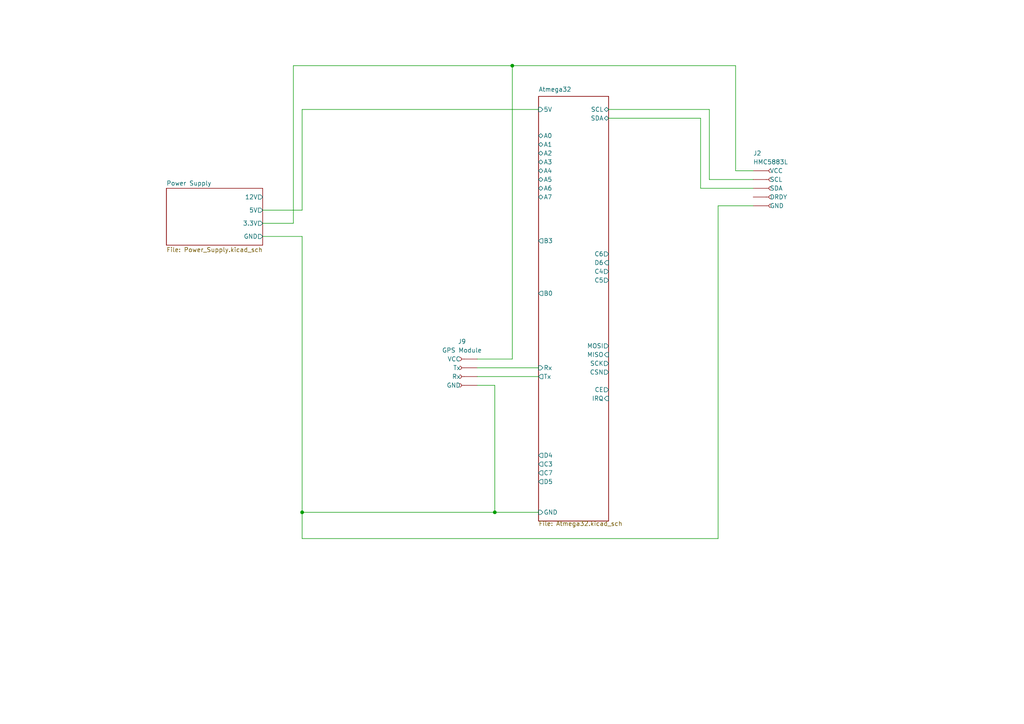
<source format=kicad_sch>
(kicad_sch (version 20211123) (generator eeschema)
  (paper "A4")
  (lib_symbols
    (symbol "Connector:Conn_01x04_Female" (pin_numbers hide) (pin_names (offset 1.016))
      (property "Reference" "J2" (at 0.635 7.62 0))
      (property "Value" "GPS Module" (at 0.635 5.08 0))
      (symbol "Conn_01x04_Female_1_1"
        (arc (start 0 -4.572) (mid -0.508 -5.08) (end 0 -5.588) (stroke (width 0.1524)))
        (arc (start 0 -2.032) (mid -0.508 -2.54) (end 0 -3.048) (stroke (width 0.1524)))
        (polyline (pts (xy -1.27 -5.08) (xy -0.508 -5.08)) (stroke (width 0.1524)))
        (polyline (pts (xy -1.27 -2.54) (xy -0.508 -2.54)) (stroke (width 0.1524)))
        (polyline (pts (xy -1.27 0) (xy -0.508 0)) (stroke (width 0.1524)))
        (polyline (pts (xy -1.27 2.54) (xy -0.508 2.54)) (stroke (width 0.1524)))
        (arc (start 0 0.508) (mid -0.508 0) (end 0 -0.508) (stroke (width 0.1524)))
        (arc (start 0 3.048) (mid -0.508 2.54) (end 0 2.032) (stroke (width 0.1524)))
        (pin passive line (at -5.08 2.54 0) (length 3.81) (name "VCC") (number "1"))
        (pin passive line (at -5.08 0 0) (length 3.81) (name "Tx") (number "2"))
        (pin passive line (at -5.08 -2.54 0) (length 3.81) (name "Rx") (number "3"))
        (pin passive line (at -5.08 -5.08 0) (length 3.81) (name "GND") (number "4"))
      )
    )
    (symbol "Connector:Conn_01x05_Female" (pin_numbers hide) (pin_names (offset 1.016))
      (property "Reference" "J2" (at -5.08 10.16 0))
      (property "Value" "HMC5883L" (at -5.08 7.62 0))
      (symbol "Conn_01x05_Female_1_1"
        (arc (start 0 -4.572) (mid -0.508 -5.08) (end 0 -5.588) (stroke (width 0.1524)))
        (arc (start 0 -2.032) (mid -0.508 -2.54) (end 0 -3.048) (stroke (width 0.1524)))
        (polyline (pts (xy -1.27 -5.08) (xy -0.508 -5.08)) (stroke (width 0.1524)))
        (polyline (pts (xy -1.27 -2.54) (xy -0.508 -2.54)) (stroke (width 0.1524)))
        (polyline (pts (xy -1.27 0) (xy -0.508 0)) (stroke (width 0.1524)))
        (polyline (pts (xy -1.27 2.54) (xy -0.508 2.54)) (stroke (width 0.1524)))
        (polyline (pts (xy -1.27 5.08) (xy -0.508 5.08)) (stroke (width 0.1524)))
        (arc (start 0 0.508) (mid -0.508 0) (end 0 -0.508) (stroke (width 0.1524)))
        (arc (start 0 3.048) (mid -0.508 2.54) (end 0 2.032) (stroke (width 0.1524)))
        (arc (start 0 5.588) (mid -0.508 5.08) (end 0 4.572) (stroke (width 0.1524)))
        (pin passive line (at -5.08 5.08 0) (length 3.81) (name "VCC") (number "1"))
        (pin passive line (at -5.08 2.54 0) (length 3.81) (name "SCL") (number "2"))
        (pin passive line (at -5.08 0 0) (length 3.81) (name "SDA") (number "3"))
        (pin passive line (at -5.08 -2.54 0) (length 3.81) (name "DRDY") (number "4"))
        (pin passive line (at -5.08 -5.08 0) (length 3.81) (name "GND") (number "5"))
      )
    )
  )
  (junction (at 148.59 19.05))
  (junction (at 87.63 148.59))
  (junction (at 143.51 148.59))
  (wire (pts (xy 138.43 111.76) (xy 143.51 111.76)))
  (wire (pts (xy 213.36 19.05) (xy 213.36 49.53)))
  (wire (pts (xy 218.44 54.61) (xy 203.2 54.61)))
  (wire (pts (xy 176.53 31.75) (xy 205.74 31.75)))
  (wire (pts (xy 203.2 54.61) (xy 203.2 34.29)))
  (wire (pts (xy 176.53 34.29) (xy 203.2 34.29)))
  (wire (pts (xy 87.63 148.59) (xy 87.63 156.21)))
  (wire (pts (xy 87.63 68.58) (xy 87.63 148.59)))
  (wire (pts (xy 148.59 19.05) (xy 148.59 104.14)))
  (wire (pts (xy 138.43 109.22) (xy 156.21 109.22)))
  (wire (pts (xy 76.2 60.96) (xy 87.63 60.96)))
  (wire (pts (xy 87.63 156.21) (xy 208.28 156.21)))
  (wire (pts (xy 76.2 64.77) (xy 85.09 64.77)))
  (wire (pts (xy 143.51 148.59) (xy 156.21 148.59)))
  (wire (pts (xy 138.43 104.14) (xy 148.59 104.14)))
  (wire (pts (xy 218.44 52.07) (xy 205.74 52.07)))
  (wire (pts (xy 87.63 31.75) (xy 156.21 31.75)))
  (wire (pts (xy 208.28 59.69) (xy 218.44 59.69)))
  (wire (pts (xy 85.09 19.05) (xy 148.59 19.05)))
  (wire (pts (xy 208.28 59.69) (xy 208.28 156.21)))
  (wire (pts (xy 87.63 148.59) (xy 143.51 148.59)))
  (wire (pts (xy 205.74 52.07) (xy 205.74 31.75)))
  (wire (pts (xy 148.59 19.05) (xy 213.36 19.05)))
  (wire (pts (xy 85.09 64.77) (xy 85.09 19.05)))
  (wire (pts (xy 138.43 106.68) (xy 156.21 106.68)))
  (wire (pts (xy 76.2 68.58) (xy 87.63 68.58)))
  (wire (pts (xy 143.51 111.76) (xy 143.51 148.59)))
  (wire (pts (xy 213.36 49.53) (xy 218.44 49.53)))
  (wire (pts (xy 87.63 31.75) (xy 87.63 60.96)))
  (symbol (lib_id "Connector:Conn_01x05_Female") (at 223.52 54.61 0) (unit 1)
    (property "Reference" "J2" (at 218.44 44.45 0) (effects (justify left)))
    (property "Value" "HMC5883L" (at 218.44 46.99 0) (effects (justify left)))
    (property "Footprint" "Connector_Molex:Molex_KK-254_AE-6410-05A_1x05_P2.54mm_Vertical" (effects hide))
  )
  (symbol (lib_id "Connector:Conn_01x04_Female") (at 133.35 106.68 0) (mirror y) (unit 1)
    (property "Reference" "J9" (at 133.985 99.06 0))
    (property "Value" "GPS Module" (at 133.985 101.6 0))
    (property "Footprint" "Connector_PinSocket_2.54mm:PinSocket_1x04_P2.54mm_Vertical" (effects hide))
  )
  (sheet (at 156.21 27.94) (size 20.32 123.19) (stroke (width 0.1524))
    (property "Sheet name" "Atmega32" (at 156.21 26.67 0) (effects (justify left bottom)))
    (property "Sheet file" "Atmega32.kicad_sch" (at 156.21 151.13 0) (effects (justify left top)))
    (pin "5V" input (at 156.21 31.75 180))
    (pin "GND" input (at 156.21 148.59 180))
    (pin "SDA" bidirectional (at 176.53 34.29 0))
    (pin "SCL" bidirectional (at 176.53 31.75 0))
    (pin "CE" output (at 176.53 113.03 0))
    (pin "IRQ" input (at 176.53 115.57 0))
    (pin "MISO" input (at 176.53 102.87 0))
    (pin "MOSI" output (at 176.53 100.33 0))
    (pin "SCK" output (at 176.53 105.41 0))
    (pin "CSN" output (at 176.53 107.95 0))
    (pin "A5" bidirectional (at 156.21 52.07 180))
    (pin "A6" bidirectional (at 156.21 54.61 180))
    (pin "A7" bidirectional (at 156.21 57.15 180))
    (pin "A3" bidirectional (at 156.21 46.99 180))
    (pin "A4" bidirectional (at 156.21 49.53 180))
    (pin "A0" bidirectional (at 156.21 39.37 180))
    (pin "A2" bidirectional (at 156.21 44.45 180))
    (pin "A1" bidirectional (at 156.21 41.91 180))
    (pin "B3" output (at 156.21 69.85 180))
    (pin "D6" input (at 176.53 76.2 0))
    (pin "C4" output (at 176.53 78.74 0))
    (pin "C5" output (at 176.53 81.28 0))
    (pin "C6" output (at 176.53 73.66 0))
    (pin "B0" output (at 156.21 85.09 180))
    (pin "Tx" output (at 156.21 109.22 180))
    (pin "Rx" input (at 156.21 106.68 180))
    (pin "C3" output (at 156.21 134.62 180))
    (pin "D4" output (at 156.21 132.08 180))
    (pin "D5" output (at 156.21 139.7 180))
    (pin "C7" output (at 156.21 137.16 180))
  )
  (sheet (at 48.26 54.61) (size 27.94 16.51) (stroke (width 0.1524))
    (property "Sheet name" "Power Supply" (at 48.26 53.8984 0) (effects (justify left bottom)))
    (property "Sheet file" "Power_Supply.kicad_sch" (at 48.26 71.7046 0) (effects (justify left top)))
    (pin "GND" output (at 76.2 68.58 0))
    (pin "5V" output (at 76.2 60.96 0))
    (pin "3.3V" output (at 76.2 64.77 0))
    (pin "12V" output (at 76.2 57.15 0))
  )
)
</source>
